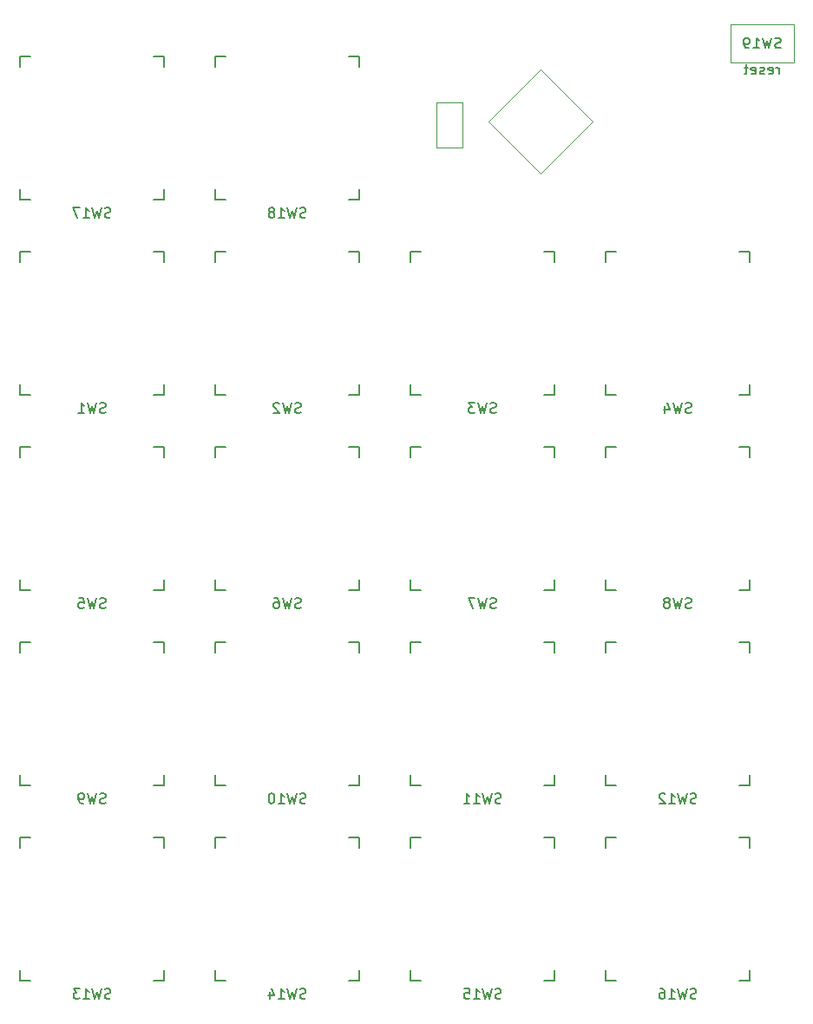
<source format=gbr>
G04 #@! TF.GenerationSoftware,KiCad,Pcbnew,(5.1.2)-2*
G04 #@! TF.CreationDate,2019-08-04T14:17:21-07:00*
G04 #@! TF.ProjectId,pcb v1.2,70636220-7631-42e3-922e-6b696361645f,rev?*
G04 #@! TF.SameCoordinates,Original*
G04 #@! TF.FileFunction,Legend,Bot*
G04 #@! TF.FilePolarity,Positive*
%FSLAX46Y46*%
G04 Gerber Fmt 4.6, Leading zero omitted, Abs format (unit mm)*
G04 Created by KiCad (PCBNEW (5.1.2)-2) date 2019-08-04 14:17:21*
%MOMM*%
%LPD*%
G04 APERTURE LIST*
%ADD10C,0.120000*%
%ADD11C,0.150000*%
G04 APERTURE END LIST*
D10*
X133985000Y-36830000D02*
X131445000Y-36830000D01*
X133985000Y-41275000D02*
X133985000Y-36830000D01*
X131445000Y-41275000D02*
X133985000Y-41275000D01*
X131445000Y-36830000D02*
X131445000Y-41275000D01*
X136525000Y-38735000D02*
X141605000Y-33655000D01*
X141605000Y-43815000D02*
X136525000Y-38735000D01*
X146685000Y-38735000D02*
X141605000Y-43815000D01*
X141605000Y-33655000D02*
X146685000Y-38735000D01*
D11*
X142890000Y-70470000D02*
X142890000Y-71470000D01*
X141890000Y-70470000D02*
X142890000Y-70470000D01*
X142890000Y-84470000D02*
X141890000Y-84470000D01*
X142890000Y-83470000D02*
X142890000Y-84470000D01*
X128890000Y-84470000D02*
X128890000Y-83470000D01*
X129890000Y-84470000D02*
X128890000Y-84470000D01*
X128890000Y-70470000D02*
X129890000Y-70470000D01*
X128890000Y-71470000D02*
X128890000Y-70470000D01*
X90790000Y-52420000D02*
X90790000Y-51420000D01*
X90790000Y-51420000D02*
X91790000Y-51420000D01*
X91790000Y-65420000D02*
X90790000Y-65420000D01*
X90790000Y-65420000D02*
X90790000Y-64420000D01*
X104790000Y-64420000D02*
X104790000Y-65420000D01*
X104790000Y-65420000D02*
X103790000Y-65420000D01*
X103790000Y-51420000D02*
X104790000Y-51420000D01*
X104790000Y-51420000D02*
X104790000Y-52420000D01*
X109840000Y-52420000D02*
X109840000Y-51420000D01*
X109840000Y-51420000D02*
X110840000Y-51420000D01*
X110840000Y-65420000D02*
X109840000Y-65420000D01*
X109840000Y-65420000D02*
X109840000Y-64420000D01*
X123840000Y-64420000D02*
X123840000Y-65420000D01*
X123840000Y-65420000D02*
X122840000Y-65420000D01*
X122840000Y-51420000D02*
X123840000Y-51420000D01*
X123840000Y-51420000D02*
X123840000Y-52420000D01*
X128890000Y-52420000D02*
X128890000Y-51420000D01*
X128890000Y-51420000D02*
X129890000Y-51420000D01*
X129890000Y-65420000D02*
X128890000Y-65420000D01*
X128890000Y-65420000D02*
X128890000Y-64420000D01*
X142890000Y-64420000D02*
X142890000Y-65420000D01*
X142890000Y-65420000D02*
X141890000Y-65420000D01*
X141890000Y-51420000D02*
X142890000Y-51420000D01*
X142890000Y-51420000D02*
X142890000Y-52420000D01*
X161940000Y-51420000D02*
X161940000Y-52420000D01*
X160940000Y-51420000D02*
X161940000Y-51420000D01*
X161940000Y-65420000D02*
X160940000Y-65420000D01*
X161940000Y-64420000D02*
X161940000Y-65420000D01*
X147940000Y-65420000D02*
X147940000Y-64420000D01*
X148940000Y-65420000D02*
X147940000Y-65420000D01*
X147940000Y-51420000D02*
X148940000Y-51420000D01*
X147940000Y-52420000D02*
X147940000Y-51420000D01*
X104790000Y-70470000D02*
X104790000Y-71470000D01*
X103790000Y-70470000D02*
X104790000Y-70470000D01*
X104790000Y-84470000D02*
X103790000Y-84470000D01*
X104790000Y-83470000D02*
X104790000Y-84470000D01*
X90790000Y-84470000D02*
X90790000Y-83470000D01*
X91790000Y-84470000D02*
X90790000Y-84470000D01*
X90790000Y-70470000D02*
X91790000Y-70470000D01*
X90790000Y-71470000D02*
X90790000Y-70470000D01*
X109840000Y-71470000D02*
X109840000Y-70470000D01*
X109840000Y-70470000D02*
X110840000Y-70470000D01*
X110840000Y-84470000D02*
X109840000Y-84470000D01*
X109840000Y-84470000D02*
X109840000Y-83470000D01*
X123840000Y-83470000D02*
X123840000Y-84470000D01*
X123840000Y-84470000D02*
X122840000Y-84470000D01*
X122840000Y-70470000D02*
X123840000Y-70470000D01*
X123840000Y-70470000D02*
X123840000Y-71470000D01*
X147940000Y-71470000D02*
X147940000Y-70470000D01*
X147940000Y-70470000D02*
X148940000Y-70470000D01*
X148940000Y-84470000D02*
X147940000Y-84470000D01*
X147940000Y-84470000D02*
X147940000Y-83470000D01*
X161940000Y-83470000D02*
X161940000Y-84470000D01*
X161940000Y-84470000D02*
X160940000Y-84470000D01*
X160940000Y-70470000D02*
X161940000Y-70470000D01*
X161940000Y-70470000D02*
X161940000Y-71470000D01*
X90790000Y-90520000D02*
X90790000Y-89520000D01*
X90790000Y-89520000D02*
X91790000Y-89520000D01*
X91790000Y-103520000D02*
X90790000Y-103520000D01*
X90790000Y-103520000D02*
X90790000Y-102520000D01*
X104790000Y-102520000D02*
X104790000Y-103520000D01*
X104790000Y-103520000D02*
X103790000Y-103520000D01*
X103790000Y-89520000D02*
X104790000Y-89520000D01*
X104790000Y-89520000D02*
X104790000Y-90520000D01*
X123840000Y-89520000D02*
X123840000Y-90520000D01*
X122840000Y-89520000D02*
X123840000Y-89520000D01*
X123840000Y-103520000D02*
X122840000Y-103520000D01*
X123840000Y-102520000D02*
X123840000Y-103520000D01*
X109840000Y-103520000D02*
X109840000Y-102520000D01*
X110840000Y-103520000D02*
X109840000Y-103520000D01*
X109840000Y-89520000D02*
X110840000Y-89520000D01*
X109840000Y-90520000D02*
X109840000Y-89520000D01*
X128890000Y-90520000D02*
X128890000Y-89520000D01*
X128890000Y-89520000D02*
X129890000Y-89520000D01*
X129890000Y-103520000D02*
X128890000Y-103520000D01*
X128890000Y-103520000D02*
X128890000Y-102520000D01*
X142890000Y-102520000D02*
X142890000Y-103520000D01*
X142890000Y-103520000D02*
X141890000Y-103520000D01*
X141890000Y-89520000D02*
X142890000Y-89520000D01*
X142890000Y-89520000D02*
X142890000Y-90520000D01*
X147940000Y-90520000D02*
X147940000Y-89520000D01*
X147940000Y-89520000D02*
X148940000Y-89520000D01*
X148940000Y-103520000D02*
X147940000Y-103520000D01*
X147940000Y-103520000D02*
X147940000Y-102520000D01*
X161940000Y-102520000D02*
X161940000Y-103520000D01*
X161940000Y-103520000D02*
X160940000Y-103520000D01*
X160940000Y-89520000D02*
X161940000Y-89520000D01*
X161940000Y-89520000D02*
X161940000Y-90520000D01*
X104790000Y-108570000D02*
X104790000Y-109570000D01*
X103790000Y-108570000D02*
X104790000Y-108570000D01*
X104790000Y-122570000D02*
X103790000Y-122570000D01*
X104790000Y-121570000D02*
X104790000Y-122570000D01*
X90790000Y-122570000D02*
X90790000Y-121570000D01*
X91790000Y-122570000D02*
X90790000Y-122570000D01*
X90790000Y-108570000D02*
X91790000Y-108570000D01*
X90790000Y-109570000D02*
X90790000Y-108570000D01*
X109840000Y-109570000D02*
X109840000Y-108570000D01*
X109840000Y-108570000D02*
X110840000Y-108570000D01*
X110840000Y-122570000D02*
X109840000Y-122570000D01*
X109840000Y-122570000D02*
X109840000Y-121570000D01*
X123840000Y-121570000D02*
X123840000Y-122570000D01*
X123840000Y-122570000D02*
X122840000Y-122570000D01*
X122840000Y-108570000D02*
X123840000Y-108570000D01*
X123840000Y-108570000D02*
X123840000Y-109570000D01*
X142890000Y-108570000D02*
X142890000Y-109570000D01*
X141890000Y-108570000D02*
X142890000Y-108570000D01*
X142890000Y-122570000D02*
X141890000Y-122570000D01*
X142890000Y-121570000D02*
X142890000Y-122570000D01*
X128890000Y-122570000D02*
X128890000Y-121570000D01*
X129890000Y-122570000D02*
X128890000Y-122570000D01*
X128890000Y-108570000D02*
X129890000Y-108570000D01*
X128890000Y-109570000D02*
X128890000Y-108570000D01*
X161940000Y-108570000D02*
X161940000Y-109570000D01*
X160940000Y-108570000D02*
X161940000Y-108570000D01*
X161940000Y-122570000D02*
X160940000Y-122570000D01*
X161940000Y-121570000D02*
X161940000Y-122570000D01*
X147940000Y-122570000D02*
X147940000Y-121570000D01*
X148940000Y-122570000D02*
X147940000Y-122570000D01*
X147940000Y-108570000D02*
X148940000Y-108570000D01*
X147940000Y-109570000D02*
X147940000Y-108570000D01*
X104790000Y-32370000D02*
X104790000Y-33370000D01*
X103790000Y-32370000D02*
X104790000Y-32370000D01*
X104790000Y-46370000D02*
X103790000Y-46370000D01*
X104790000Y-45370000D02*
X104790000Y-46370000D01*
X90790000Y-46370000D02*
X90790000Y-45370000D01*
X91790000Y-46370000D02*
X90790000Y-46370000D01*
X90790000Y-32370000D02*
X91790000Y-32370000D01*
X90790000Y-33370000D02*
X90790000Y-32370000D01*
X123840000Y-32370000D02*
X123840000Y-33370000D01*
X122840000Y-32370000D02*
X123840000Y-32370000D01*
X123840000Y-46370000D02*
X122840000Y-46370000D01*
X123840000Y-45370000D02*
X123840000Y-46370000D01*
X109840000Y-46370000D02*
X109840000Y-45370000D01*
X110840000Y-46370000D02*
X109840000Y-46370000D01*
X109840000Y-32370000D02*
X110840000Y-32370000D01*
X109840000Y-33370000D02*
X109840000Y-32370000D01*
D10*
X160135000Y-32965000D02*
X166255000Y-32965000D01*
X166255000Y-32965000D02*
X166255000Y-29265000D01*
X166255000Y-29265000D02*
X160135000Y-29265000D01*
X160135000Y-29265000D02*
X160135000Y-32965000D01*
D11*
X137223333Y-86174761D02*
X137080476Y-86222380D01*
X136842380Y-86222380D01*
X136747142Y-86174761D01*
X136699523Y-86127142D01*
X136651904Y-86031904D01*
X136651904Y-85936666D01*
X136699523Y-85841428D01*
X136747142Y-85793809D01*
X136842380Y-85746190D01*
X137032857Y-85698571D01*
X137128095Y-85650952D01*
X137175714Y-85603333D01*
X137223333Y-85508095D01*
X137223333Y-85412857D01*
X137175714Y-85317619D01*
X137128095Y-85270000D01*
X137032857Y-85222380D01*
X136794761Y-85222380D01*
X136651904Y-85270000D01*
X136318571Y-85222380D02*
X136080476Y-86222380D01*
X135890000Y-85508095D01*
X135699523Y-86222380D01*
X135461428Y-85222380D01*
X135175714Y-85222380D02*
X134509047Y-85222380D01*
X134937619Y-86222380D01*
X99123333Y-67124761D02*
X98980476Y-67172380D01*
X98742380Y-67172380D01*
X98647142Y-67124761D01*
X98599523Y-67077142D01*
X98551904Y-66981904D01*
X98551904Y-66886666D01*
X98599523Y-66791428D01*
X98647142Y-66743809D01*
X98742380Y-66696190D01*
X98932857Y-66648571D01*
X99028095Y-66600952D01*
X99075714Y-66553333D01*
X99123333Y-66458095D01*
X99123333Y-66362857D01*
X99075714Y-66267619D01*
X99028095Y-66220000D01*
X98932857Y-66172380D01*
X98694761Y-66172380D01*
X98551904Y-66220000D01*
X98218571Y-66172380D02*
X97980476Y-67172380D01*
X97790000Y-66458095D01*
X97599523Y-67172380D01*
X97361428Y-66172380D01*
X96456666Y-67172380D02*
X97028095Y-67172380D01*
X96742380Y-67172380D02*
X96742380Y-66172380D01*
X96837619Y-66315238D01*
X96932857Y-66410476D01*
X97028095Y-66458095D01*
X118173333Y-67124761D02*
X118030476Y-67172380D01*
X117792380Y-67172380D01*
X117697142Y-67124761D01*
X117649523Y-67077142D01*
X117601904Y-66981904D01*
X117601904Y-66886666D01*
X117649523Y-66791428D01*
X117697142Y-66743809D01*
X117792380Y-66696190D01*
X117982857Y-66648571D01*
X118078095Y-66600952D01*
X118125714Y-66553333D01*
X118173333Y-66458095D01*
X118173333Y-66362857D01*
X118125714Y-66267619D01*
X118078095Y-66220000D01*
X117982857Y-66172380D01*
X117744761Y-66172380D01*
X117601904Y-66220000D01*
X117268571Y-66172380D02*
X117030476Y-67172380D01*
X116840000Y-66458095D01*
X116649523Y-67172380D01*
X116411428Y-66172380D01*
X116078095Y-66267619D02*
X116030476Y-66220000D01*
X115935238Y-66172380D01*
X115697142Y-66172380D01*
X115601904Y-66220000D01*
X115554285Y-66267619D01*
X115506666Y-66362857D01*
X115506666Y-66458095D01*
X115554285Y-66600952D01*
X116125714Y-67172380D01*
X115506666Y-67172380D01*
X137223333Y-67124761D02*
X137080476Y-67172380D01*
X136842380Y-67172380D01*
X136747142Y-67124761D01*
X136699523Y-67077142D01*
X136651904Y-66981904D01*
X136651904Y-66886666D01*
X136699523Y-66791428D01*
X136747142Y-66743809D01*
X136842380Y-66696190D01*
X137032857Y-66648571D01*
X137128095Y-66600952D01*
X137175714Y-66553333D01*
X137223333Y-66458095D01*
X137223333Y-66362857D01*
X137175714Y-66267619D01*
X137128095Y-66220000D01*
X137032857Y-66172380D01*
X136794761Y-66172380D01*
X136651904Y-66220000D01*
X136318571Y-66172380D02*
X136080476Y-67172380D01*
X135890000Y-66458095D01*
X135699523Y-67172380D01*
X135461428Y-66172380D01*
X135175714Y-66172380D02*
X134556666Y-66172380D01*
X134890000Y-66553333D01*
X134747142Y-66553333D01*
X134651904Y-66600952D01*
X134604285Y-66648571D01*
X134556666Y-66743809D01*
X134556666Y-66981904D01*
X134604285Y-67077142D01*
X134651904Y-67124761D01*
X134747142Y-67172380D01*
X135032857Y-67172380D01*
X135128095Y-67124761D01*
X135175714Y-67077142D01*
X156273333Y-67124761D02*
X156130476Y-67172380D01*
X155892380Y-67172380D01*
X155797142Y-67124761D01*
X155749523Y-67077142D01*
X155701904Y-66981904D01*
X155701904Y-66886666D01*
X155749523Y-66791428D01*
X155797142Y-66743809D01*
X155892380Y-66696190D01*
X156082857Y-66648571D01*
X156178095Y-66600952D01*
X156225714Y-66553333D01*
X156273333Y-66458095D01*
X156273333Y-66362857D01*
X156225714Y-66267619D01*
X156178095Y-66220000D01*
X156082857Y-66172380D01*
X155844761Y-66172380D01*
X155701904Y-66220000D01*
X155368571Y-66172380D02*
X155130476Y-67172380D01*
X154940000Y-66458095D01*
X154749523Y-67172380D01*
X154511428Y-66172380D01*
X153701904Y-66505714D02*
X153701904Y-67172380D01*
X153940000Y-66124761D02*
X154178095Y-66839047D01*
X153559047Y-66839047D01*
X99123333Y-86174761D02*
X98980476Y-86222380D01*
X98742380Y-86222380D01*
X98647142Y-86174761D01*
X98599523Y-86127142D01*
X98551904Y-86031904D01*
X98551904Y-85936666D01*
X98599523Y-85841428D01*
X98647142Y-85793809D01*
X98742380Y-85746190D01*
X98932857Y-85698571D01*
X99028095Y-85650952D01*
X99075714Y-85603333D01*
X99123333Y-85508095D01*
X99123333Y-85412857D01*
X99075714Y-85317619D01*
X99028095Y-85270000D01*
X98932857Y-85222380D01*
X98694761Y-85222380D01*
X98551904Y-85270000D01*
X98218571Y-85222380D02*
X97980476Y-86222380D01*
X97790000Y-85508095D01*
X97599523Y-86222380D01*
X97361428Y-85222380D01*
X96504285Y-85222380D02*
X96980476Y-85222380D01*
X97028095Y-85698571D01*
X96980476Y-85650952D01*
X96885238Y-85603333D01*
X96647142Y-85603333D01*
X96551904Y-85650952D01*
X96504285Y-85698571D01*
X96456666Y-85793809D01*
X96456666Y-86031904D01*
X96504285Y-86127142D01*
X96551904Y-86174761D01*
X96647142Y-86222380D01*
X96885238Y-86222380D01*
X96980476Y-86174761D01*
X97028095Y-86127142D01*
X118173333Y-86174761D02*
X118030476Y-86222380D01*
X117792380Y-86222380D01*
X117697142Y-86174761D01*
X117649523Y-86127142D01*
X117601904Y-86031904D01*
X117601904Y-85936666D01*
X117649523Y-85841428D01*
X117697142Y-85793809D01*
X117792380Y-85746190D01*
X117982857Y-85698571D01*
X118078095Y-85650952D01*
X118125714Y-85603333D01*
X118173333Y-85508095D01*
X118173333Y-85412857D01*
X118125714Y-85317619D01*
X118078095Y-85270000D01*
X117982857Y-85222380D01*
X117744761Y-85222380D01*
X117601904Y-85270000D01*
X117268571Y-85222380D02*
X117030476Y-86222380D01*
X116840000Y-85508095D01*
X116649523Y-86222380D01*
X116411428Y-85222380D01*
X115601904Y-85222380D02*
X115792380Y-85222380D01*
X115887619Y-85270000D01*
X115935238Y-85317619D01*
X116030476Y-85460476D01*
X116078095Y-85650952D01*
X116078095Y-86031904D01*
X116030476Y-86127142D01*
X115982857Y-86174761D01*
X115887619Y-86222380D01*
X115697142Y-86222380D01*
X115601904Y-86174761D01*
X115554285Y-86127142D01*
X115506666Y-86031904D01*
X115506666Y-85793809D01*
X115554285Y-85698571D01*
X115601904Y-85650952D01*
X115697142Y-85603333D01*
X115887619Y-85603333D01*
X115982857Y-85650952D01*
X116030476Y-85698571D01*
X116078095Y-85793809D01*
X156273333Y-86174761D02*
X156130476Y-86222380D01*
X155892380Y-86222380D01*
X155797142Y-86174761D01*
X155749523Y-86127142D01*
X155701904Y-86031904D01*
X155701904Y-85936666D01*
X155749523Y-85841428D01*
X155797142Y-85793809D01*
X155892380Y-85746190D01*
X156082857Y-85698571D01*
X156178095Y-85650952D01*
X156225714Y-85603333D01*
X156273333Y-85508095D01*
X156273333Y-85412857D01*
X156225714Y-85317619D01*
X156178095Y-85270000D01*
X156082857Y-85222380D01*
X155844761Y-85222380D01*
X155701904Y-85270000D01*
X155368571Y-85222380D02*
X155130476Y-86222380D01*
X154940000Y-85508095D01*
X154749523Y-86222380D01*
X154511428Y-85222380D01*
X153987619Y-85650952D02*
X154082857Y-85603333D01*
X154130476Y-85555714D01*
X154178095Y-85460476D01*
X154178095Y-85412857D01*
X154130476Y-85317619D01*
X154082857Y-85270000D01*
X153987619Y-85222380D01*
X153797142Y-85222380D01*
X153701904Y-85270000D01*
X153654285Y-85317619D01*
X153606666Y-85412857D01*
X153606666Y-85460476D01*
X153654285Y-85555714D01*
X153701904Y-85603333D01*
X153797142Y-85650952D01*
X153987619Y-85650952D01*
X154082857Y-85698571D01*
X154130476Y-85746190D01*
X154178095Y-85841428D01*
X154178095Y-86031904D01*
X154130476Y-86127142D01*
X154082857Y-86174761D01*
X153987619Y-86222380D01*
X153797142Y-86222380D01*
X153701904Y-86174761D01*
X153654285Y-86127142D01*
X153606666Y-86031904D01*
X153606666Y-85841428D01*
X153654285Y-85746190D01*
X153701904Y-85698571D01*
X153797142Y-85650952D01*
X99123333Y-105224761D02*
X98980476Y-105272380D01*
X98742380Y-105272380D01*
X98647142Y-105224761D01*
X98599523Y-105177142D01*
X98551904Y-105081904D01*
X98551904Y-104986666D01*
X98599523Y-104891428D01*
X98647142Y-104843809D01*
X98742380Y-104796190D01*
X98932857Y-104748571D01*
X99028095Y-104700952D01*
X99075714Y-104653333D01*
X99123333Y-104558095D01*
X99123333Y-104462857D01*
X99075714Y-104367619D01*
X99028095Y-104320000D01*
X98932857Y-104272380D01*
X98694761Y-104272380D01*
X98551904Y-104320000D01*
X98218571Y-104272380D02*
X97980476Y-105272380D01*
X97790000Y-104558095D01*
X97599523Y-105272380D01*
X97361428Y-104272380D01*
X96932857Y-105272380D02*
X96742380Y-105272380D01*
X96647142Y-105224761D01*
X96599523Y-105177142D01*
X96504285Y-105034285D01*
X96456666Y-104843809D01*
X96456666Y-104462857D01*
X96504285Y-104367619D01*
X96551904Y-104320000D01*
X96647142Y-104272380D01*
X96837619Y-104272380D01*
X96932857Y-104320000D01*
X96980476Y-104367619D01*
X97028095Y-104462857D01*
X97028095Y-104700952D01*
X96980476Y-104796190D01*
X96932857Y-104843809D01*
X96837619Y-104891428D01*
X96647142Y-104891428D01*
X96551904Y-104843809D01*
X96504285Y-104796190D01*
X96456666Y-104700952D01*
X118649523Y-105224761D02*
X118506666Y-105272380D01*
X118268571Y-105272380D01*
X118173333Y-105224761D01*
X118125714Y-105177142D01*
X118078095Y-105081904D01*
X118078095Y-104986666D01*
X118125714Y-104891428D01*
X118173333Y-104843809D01*
X118268571Y-104796190D01*
X118459047Y-104748571D01*
X118554285Y-104700952D01*
X118601904Y-104653333D01*
X118649523Y-104558095D01*
X118649523Y-104462857D01*
X118601904Y-104367619D01*
X118554285Y-104320000D01*
X118459047Y-104272380D01*
X118220952Y-104272380D01*
X118078095Y-104320000D01*
X117744761Y-104272380D02*
X117506666Y-105272380D01*
X117316190Y-104558095D01*
X117125714Y-105272380D01*
X116887619Y-104272380D01*
X115982857Y-105272380D02*
X116554285Y-105272380D01*
X116268571Y-105272380D02*
X116268571Y-104272380D01*
X116363809Y-104415238D01*
X116459047Y-104510476D01*
X116554285Y-104558095D01*
X115363809Y-104272380D02*
X115268571Y-104272380D01*
X115173333Y-104320000D01*
X115125714Y-104367619D01*
X115078095Y-104462857D01*
X115030476Y-104653333D01*
X115030476Y-104891428D01*
X115078095Y-105081904D01*
X115125714Y-105177142D01*
X115173333Y-105224761D01*
X115268571Y-105272380D01*
X115363809Y-105272380D01*
X115459047Y-105224761D01*
X115506666Y-105177142D01*
X115554285Y-105081904D01*
X115601904Y-104891428D01*
X115601904Y-104653333D01*
X115554285Y-104462857D01*
X115506666Y-104367619D01*
X115459047Y-104320000D01*
X115363809Y-104272380D01*
X137699523Y-105224761D02*
X137556666Y-105272380D01*
X137318571Y-105272380D01*
X137223333Y-105224761D01*
X137175714Y-105177142D01*
X137128095Y-105081904D01*
X137128095Y-104986666D01*
X137175714Y-104891428D01*
X137223333Y-104843809D01*
X137318571Y-104796190D01*
X137509047Y-104748571D01*
X137604285Y-104700952D01*
X137651904Y-104653333D01*
X137699523Y-104558095D01*
X137699523Y-104462857D01*
X137651904Y-104367619D01*
X137604285Y-104320000D01*
X137509047Y-104272380D01*
X137270952Y-104272380D01*
X137128095Y-104320000D01*
X136794761Y-104272380D02*
X136556666Y-105272380D01*
X136366190Y-104558095D01*
X136175714Y-105272380D01*
X135937619Y-104272380D01*
X135032857Y-105272380D02*
X135604285Y-105272380D01*
X135318571Y-105272380D02*
X135318571Y-104272380D01*
X135413809Y-104415238D01*
X135509047Y-104510476D01*
X135604285Y-104558095D01*
X134080476Y-105272380D02*
X134651904Y-105272380D01*
X134366190Y-105272380D02*
X134366190Y-104272380D01*
X134461428Y-104415238D01*
X134556666Y-104510476D01*
X134651904Y-104558095D01*
X156749523Y-105224761D02*
X156606666Y-105272380D01*
X156368571Y-105272380D01*
X156273333Y-105224761D01*
X156225714Y-105177142D01*
X156178095Y-105081904D01*
X156178095Y-104986666D01*
X156225714Y-104891428D01*
X156273333Y-104843809D01*
X156368571Y-104796190D01*
X156559047Y-104748571D01*
X156654285Y-104700952D01*
X156701904Y-104653333D01*
X156749523Y-104558095D01*
X156749523Y-104462857D01*
X156701904Y-104367619D01*
X156654285Y-104320000D01*
X156559047Y-104272380D01*
X156320952Y-104272380D01*
X156178095Y-104320000D01*
X155844761Y-104272380D02*
X155606666Y-105272380D01*
X155416190Y-104558095D01*
X155225714Y-105272380D01*
X154987619Y-104272380D01*
X154082857Y-105272380D02*
X154654285Y-105272380D01*
X154368571Y-105272380D02*
X154368571Y-104272380D01*
X154463809Y-104415238D01*
X154559047Y-104510476D01*
X154654285Y-104558095D01*
X153701904Y-104367619D02*
X153654285Y-104320000D01*
X153559047Y-104272380D01*
X153320952Y-104272380D01*
X153225714Y-104320000D01*
X153178095Y-104367619D01*
X153130476Y-104462857D01*
X153130476Y-104558095D01*
X153178095Y-104700952D01*
X153749523Y-105272380D01*
X153130476Y-105272380D01*
X99599523Y-124274761D02*
X99456666Y-124322380D01*
X99218571Y-124322380D01*
X99123333Y-124274761D01*
X99075714Y-124227142D01*
X99028095Y-124131904D01*
X99028095Y-124036666D01*
X99075714Y-123941428D01*
X99123333Y-123893809D01*
X99218571Y-123846190D01*
X99409047Y-123798571D01*
X99504285Y-123750952D01*
X99551904Y-123703333D01*
X99599523Y-123608095D01*
X99599523Y-123512857D01*
X99551904Y-123417619D01*
X99504285Y-123370000D01*
X99409047Y-123322380D01*
X99170952Y-123322380D01*
X99028095Y-123370000D01*
X98694761Y-123322380D02*
X98456666Y-124322380D01*
X98266190Y-123608095D01*
X98075714Y-124322380D01*
X97837619Y-123322380D01*
X96932857Y-124322380D02*
X97504285Y-124322380D01*
X97218571Y-124322380D02*
X97218571Y-123322380D01*
X97313809Y-123465238D01*
X97409047Y-123560476D01*
X97504285Y-123608095D01*
X96599523Y-123322380D02*
X95980476Y-123322380D01*
X96313809Y-123703333D01*
X96170952Y-123703333D01*
X96075714Y-123750952D01*
X96028095Y-123798571D01*
X95980476Y-123893809D01*
X95980476Y-124131904D01*
X96028095Y-124227142D01*
X96075714Y-124274761D01*
X96170952Y-124322380D01*
X96456666Y-124322380D01*
X96551904Y-124274761D01*
X96599523Y-124227142D01*
X118649523Y-124274761D02*
X118506666Y-124322380D01*
X118268571Y-124322380D01*
X118173333Y-124274761D01*
X118125714Y-124227142D01*
X118078095Y-124131904D01*
X118078095Y-124036666D01*
X118125714Y-123941428D01*
X118173333Y-123893809D01*
X118268571Y-123846190D01*
X118459047Y-123798571D01*
X118554285Y-123750952D01*
X118601904Y-123703333D01*
X118649523Y-123608095D01*
X118649523Y-123512857D01*
X118601904Y-123417619D01*
X118554285Y-123370000D01*
X118459047Y-123322380D01*
X118220952Y-123322380D01*
X118078095Y-123370000D01*
X117744761Y-123322380D02*
X117506666Y-124322380D01*
X117316190Y-123608095D01*
X117125714Y-124322380D01*
X116887619Y-123322380D01*
X115982857Y-124322380D02*
X116554285Y-124322380D01*
X116268571Y-124322380D02*
X116268571Y-123322380D01*
X116363809Y-123465238D01*
X116459047Y-123560476D01*
X116554285Y-123608095D01*
X115125714Y-123655714D02*
X115125714Y-124322380D01*
X115363809Y-123274761D02*
X115601904Y-123989047D01*
X114982857Y-123989047D01*
X137699523Y-124274761D02*
X137556666Y-124322380D01*
X137318571Y-124322380D01*
X137223333Y-124274761D01*
X137175714Y-124227142D01*
X137128095Y-124131904D01*
X137128095Y-124036666D01*
X137175714Y-123941428D01*
X137223333Y-123893809D01*
X137318571Y-123846190D01*
X137509047Y-123798571D01*
X137604285Y-123750952D01*
X137651904Y-123703333D01*
X137699523Y-123608095D01*
X137699523Y-123512857D01*
X137651904Y-123417619D01*
X137604285Y-123370000D01*
X137509047Y-123322380D01*
X137270952Y-123322380D01*
X137128095Y-123370000D01*
X136794761Y-123322380D02*
X136556666Y-124322380D01*
X136366190Y-123608095D01*
X136175714Y-124322380D01*
X135937619Y-123322380D01*
X135032857Y-124322380D02*
X135604285Y-124322380D01*
X135318571Y-124322380D02*
X135318571Y-123322380D01*
X135413809Y-123465238D01*
X135509047Y-123560476D01*
X135604285Y-123608095D01*
X134128095Y-123322380D02*
X134604285Y-123322380D01*
X134651904Y-123798571D01*
X134604285Y-123750952D01*
X134509047Y-123703333D01*
X134270952Y-123703333D01*
X134175714Y-123750952D01*
X134128095Y-123798571D01*
X134080476Y-123893809D01*
X134080476Y-124131904D01*
X134128095Y-124227142D01*
X134175714Y-124274761D01*
X134270952Y-124322380D01*
X134509047Y-124322380D01*
X134604285Y-124274761D01*
X134651904Y-124227142D01*
X156749523Y-124274761D02*
X156606666Y-124322380D01*
X156368571Y-124322380D01*
X156273333Y-124274761D01*
X156225714Y-124227142D01*
X156178095Y-124131904D01*
X156178095Y-124036666D01*
X156225714Y-123941428D01*
X156273333Y-123893809D01*
X156368571Y-123846190D01*
X156559047Y-123798571D01*
X156654285Y-123750952D01*
X156701904Y-123703333D01*
X156749523Y-123608095D01*
X156749523Y-123512857D01*
X156701904Y-123417619D01*
X156654285Y-123370000D01*
X156559047Y-123322380D01*
X156320952Y-123322380D01*
X156178095Y-123370000D01*
X155844761Y-123322380D02*
X155606666Y-124322380D01*
X155416190Y-123608095D01*
X155225714Y-124322380D01*
X154987619Y-123322380D01*
X154082857Y-124322380D02*
X154654285Y-124322380D01*
X154368571Y-124322380D02*
X154368571Y-123322380D01*
X154463809Y-123465238D01*
X154559047Y-123560476D01*
X154654285Y-123608095D01*
X153225714Y-123322380D02*
X153416190Y-123322380D01*
X153511428Y-123370000D01*
X153559047Y-123417619D01*
X153654285Y-123560476D01*
X153701904Y-123750952D01*
X153701904Y-124131904D01*
X153654285Y-124227142D01*
X153606666Y-124274761D01*
X153511428Y-124322380D01*
X153320952Y-124322380D01*
X153225714Y-124274761D01*
X153178095Y-124227142D01*
X153130476Y-124131904D01*
X153130476Y-123893809D01*
X153178095Y-123798571D01*
X153225714Y-123750952D01*
X153320952Y-123703333D01*
X153511428Y-123703333D01*
X153606666Y-123750952D01*
X153654285Y-123798571D01*
X153701904Y-123893809D01*
X99599523Y-48074761D02*
X99456666Y-48122380D01*
X99218571Y-48122380D01*
X99123333Y-48074761D01*
X99075714Y-48027142D01*
X99028095Y-47931904D01*
X99028095Y-47836666D01*
X99075714Y-47741428D01*
X99123333Y-47693809D01*
X99218571Y-47646190D01*
X99409047Y-47598571D01*
X99504285Y-47550952D01*
X99551904Y-47503333D01*
X99599523Y-47408095D01*
X99599523Y-47312857D01*
X99551904Y-47217619D01*
X99504285Y-47170000D01*
X99409047Y-47122380D01*
X99170952Y-47122380D01*
X99028095Y-47170000D01*
X98694761Y-47122380D02*
X98456666Y-48122380D01*
X98266190Y-47408095D01*
X98075714Y-48122380D01*
X97837619Y-47122380D01*
X96932857Y-48122380D02*
X97504285Y-48122380D01*
X97218571Y-48122380D02*
X97218571Y-47122380D01*
X97313809Y-47265238D01*
X97409047Y-47360476D01*
X97504285Y-47408095D01*
X96599523Y-47122380D02*
X95932857Y-47122380D01*
X96361428Y-48122380D01*
X118649523Y-48074761D02*
X118506666Y-48122380D01*
X118268571Y-48122380D01*
X118173333Y-48074761D01*
X118125714Y-48027142D01*
X118078095Y-47931904D01*
X118078095Y-47836666D01*
X118125714Y-47741428D01*
X118173333Y-47693809D01*
X118268571Y-47646190D01*
X118459047Y-47598571D01*
X118554285Y-47550952D01*
X118601904Y-47503333D01*
X118649523Y-47408095D01*
X118649523Y-47312857D01*
X118601904Y-47217619D01*
X118554285Y-47170000D01*
X118459047Y-47122380D01*
X118220952Y-47122380D01*
X118078095Y-47170000D01*
X117744761Y-47122380D02*
X117506666Y-48122380D01*
X117316190Y-47408095D01*
X117125714Y-48122380D01*
X116887619Y-47122380D01*
X115982857Y-48122380D02*
X116554285Y-48122380D01*
X116268571Y-48122380D02*
X116268571Y-47122380D01*
X116363809Y-47265238D01*
X116459047Y-47360476D01*
X116554285Y-47408095D01*
X115411428Y-47550952D02*
X115506666Y-47503333D01*
X115554285Y-47455714D01*
X115601904Y-47360476D01*
X115601904Y-47312857D01*
X115554285Y-47217619D01*
X115506666Y-47170000D01*
X115411428Y-47122380D01*
X115220952Y-47122380D01*
X115125714Y-47170000D01*
X115078095Y-47217619D01*
X115030476Y-47312857D01*
X115030476Y-47360476D01*
X115078095Y-47455714D01*
X115125714Y-47503333D01*
X115220952Y-47550952D01*
X115411428Y-47550952D01*
X115506666Y-47598571D01*
X115554285Y-47646190D01*
X115601904Y-47741428D01*
X115601904Y-47931904D01*
X115554285Y-48027142D01*
X115506666Y-48074761D01*
X115411428Y-48122380D01*
X115220952Y-48122380D01*
X115125714Y-48074761D01*
X115078095Y-48027142D01*
X115030476Y-47931904D01*
X115030476Y-47741428D01*
X115078095Y-47646190D01*
X115125714Y-47598571D01*
X115220952Y-47550952D01*
X165004523Y-31519761D02*
X164861666Y-31567380D01*
X164623571Y-31567380D01*
X164528333Y-31519761D01*
X164480714Y-31472142D01*
X164433095Y-31376904D01*
X164433095Y-31281666D01*
X164480714Y-31186428D01*
X164528333Y-31138809D01*
X164623571Y-31091190D01*
X164814047Y-31043571D01*
X164909285Y-30995952D01*
X164956904Y-30948333D01*
X165004523Y-30853095D01*
X165004523Y-30757857D01*
X164956904Y-30662619D01*
X164909285Y-30615000D01*
X164814047Y-30567380D01*
X164575952Y-30567380D01*
X164433095Y-30615000D01*
X164099761Y-30567380D02*
X163861666Y-31567380D01*
X163671190Y-30853095D01*
X163480714Y-31567380D01*
X163242619Y-30567380D01*
X162337857Y-31567380D02*
X162909285Y-31567380D01*
X162623571Y-31567380D02*
X162623571Y-30567380D01*
X162718809Y-30710238D01*
X162814047Y-30805476D01*
X162909285Y-30853095D01*
X161861666Y-31567380D02*
X161671190Y-31567380D01*
X161575952Y-31519761D01*
X161528333Y-31472142D01*
X161433095Y-31329285D01*
X161385476Y-31138809D01*
X161385476Y-30757857D01*
X161433095Y-30662619D01*
X161480714Y-30615000D01*
X161575952Y-30567380D01*
X161766428Y-30567380D01*
X161861666Y-30615000D01*
X161909285Y-30662619D01*
X161956904Y-30757857D01*
X161956904Y-30995952D01*
X161909285Y-31091190D01*
X161861666Y-31138809D01*
X161766428Y-31186428D01*
X161575952Y-31186428D01*
X161480714Y-31138809D01*
X161433095Y-31091190D01*
X161385476Y-30995952D01*
X164814047Y-34107380D02*
X164814047Y-33440714D01*
X164814047Y-33631190D02*
X164766428Y-33535952D01*
X164718809Y-33488333D01*
X164623571Y-33440714D01*
X164528333Y-33440714D01*
X163814047Y-34059761D02*
X163909285Y-34107380D01*
X164099761Y-34107380D01*
X164195000Y-34059761D01*
X164242619Y-33964523D01*
X164242619Y-33583571D01*
X164195000Y-33488333D01*
X164099761Y-33440714D01*
X163909285Y-33440714D01*
X163814047Y-33488333D01*
X163766428Y-33583571D01*
X163766428Y-33678809D01*
X164242619Y-33774047D01*
X163385476Y-34059761D02*
X163290238Y-34107380D01*
X163099761Y-34107380D01*
X163004523Y-34059761D01*
X162956904Y-33964523D01*
X162956904Y-33916904D01*
X163004523Y-33821666D01*
X163099761Y-33774047D01*
X163242619Y-33774047D01*
X163337857Y-33726428D01*
X163385476Y-33631190D01*
X163385476Y-33583571D01*
X163337857Y-33488333D01*
X163242619Y-33440714D01*
X163099761Y-33440714D01*
X163004523Y-33488333D01*
X162147380Y-34059761D02*
X162242619Y-34107380D01*
X162433095Y-34107380D01*
X162528333Y-34059761D01*
X162575952Y-33964523D01*
X162575952Y-33583571D01*
X162528333Y-33488333D01*
X162433095Y-33440714D01*
X162242619Y-33440714D01*
X162147380Y-33488333D01*
X162099761Y-33583571D01*
X162099761Y-33678809D01*
X162575952Y-33774047D01*
X161814047Y-33440714D02*
X161433095Y-33440714D01*
X161671190Y-33107380D02*
X161671190Y-33964523D01*
X161623571Y-34059761D01*
X161528333Y-34107380D01*
X161433095Y-34107380D01*
M02*

</source>
